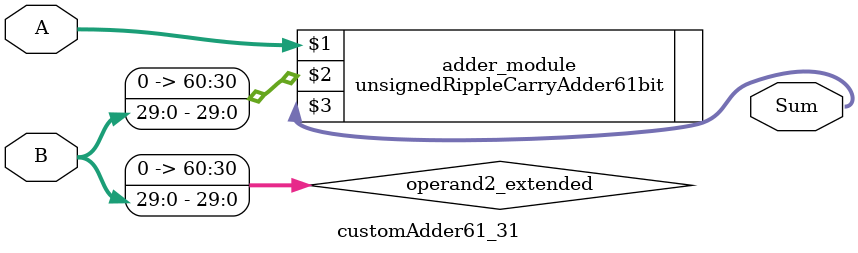
<source format=v>
module customAdder61_31(
                        input [60 : 0] A,
                        input [29 : 0] B,
                        
                        output [61 : 0] Sum
                );

        wire [60 : 0] operand2_extended;
        
        assign operand2_extended =  {31'b0, B};
        
        unsignedRippleCarryAdder61bit adder_module(
            A,
            operand2_extended,
            Sum
        );
        
        endmodule
        
</source>
